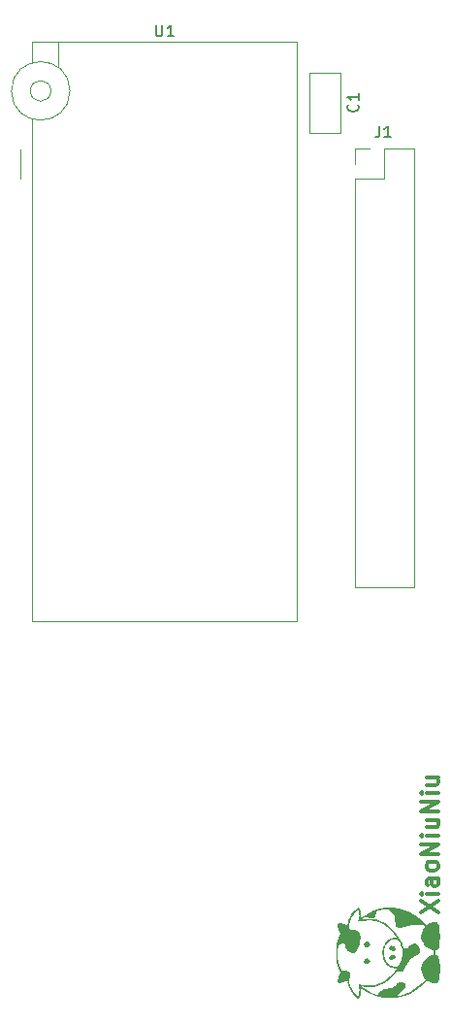
<source format=gbr>
%TF.GenerationSoftware,KiCad,Pcbnew,(5.99.0-7356-g63088e8bdb)*%
%TF.CreationDate,2021-07-04T12:01:15+08:00*%
%TF.ProjectId,AdapterCartdrigeDev,41646170-7465-4724-9361-727464726967,rev?*%
%TF.SameCoordinates,Original*%
%TF.FileFunction,Legend,Top*%
%TF.FilePolarity,Positive*%
%FSLAX46Y46*%
G04 Gerber Fmt 4.6, Leading zero omitted, Abs format (unit mm)*
G04 Created by KiCad (PCBNEW (5.99.0-7356-g63088e8bdb)) date 2021-07-04 12:01:15*
%MOMM*%
%LPD*%
G01*
G04 APERTURE LIST*
%ADD10C,0.300000*%
%ADD11C,0.150000*%
%ADD12C,0.120000*%
G04 APERTURE END LIST*
D10*
%TO.C,XiaoNiuNiu*%
X132365428Y-114550857D02*
X133889428Y-113534857D01*
X132365428Y-113534857D02*
X133889428Y-114550857D01*
X133889428Y-112954285D02*
X132873428Y-112954285D01*
X132365428Y-112954285D02*
X132438000Y-113026857D01*
X132510571Y-112954285D01*
X132438000Y-112881714D01*
X132365428Y-112954285D01*
X132510571Y-112954285D01*
X133889428Y-111575428D02*
X133091142Y-111575428D01*
X132946000Y-111648000D01*
X132873428Y-111793142D01*
X132873428Y-112083428D01*
X132946000Y-112228571D01*
X133816857Y-111575428D02*
X133889428Y-111720571D01*
X133889428Y-112083428D01*
X133816857Y-112228571D01*
X133671714Y-112301142D01*
X133526571Y-112301142D01*
X133381428Y-112228571D01*
X133308857Y-112083428D01*
X133308857Y-111720571D01*
X133236285Y-111575428D01*
X133889428Y-110632000D02*
X133816857Y-110777142D01*
X133744285Y-110849714D01*
X133599142Y-110922285D01*
X133163714Y-110922285D01*
X133018571Y-110849714D01*
X132946000Y-110777142D01*
X132873428Y-110632000D01*
X132873428Y-110414285D01*
X132946000Y-110269142D01*
X133018571Y-110196571D01*
X133163714Y-110124000D01*
X133599142Y-110124000D01*
X133744285Y-110196571D01*
X133816857Y-110269142D01*
X133889428Y-110414285D01*
X133889428Y-110632000D01*
X133889428Y-109470857D02*
X132365428Y-109470857D01*
X133889428Y-108600000D01*
X132365428Y-108600000D01*
X133889428Y-107874285D02*
X132873428Y-107874285D01*
X132365428Y-107874285D02*
X132438000Y-107946857D01*
X132510571Y-107874285D01*
X132438000Y-107801714D01*
X132365428Y-107874285D01*
X132510571Y-107874285D01*
X132873428Y-106495428D02*
X133889428Y-106495428D01*
X132873428Y-107148571D02*
X133671714Y-107148571D01*
X133816857Y-107076000D01*
X133889428Y-106930857D01*
X133889428Y-106713142D01*
X133816857Y-106568000D01*
X133744285Y-106495428D01*
X133889428Y-105769714D02*
X132365428Y-105769714D01*
X133889428Y-104898857D01*
X132365428Y-104898857D01*
X133889428Y-104173142D02*
X132873428Y-104173142D01*
X132365428Y-104173142D02*
X132438000Y-104245714D01*
X132510571Y-104173142D01*
X132438000Y-104100571D01*
X132365428Y-104173142D01*
X132510571Y-104173142D01*
X132873428Y-102794285D02*
X133889428Y-102794285D01*
X132873428Y-103447428D02*
X133671714Y-103447428D01*
X133816857Y-103374857D01*
X133889428Y-103229714D01*
X133889428Y-103012000D01*
X133816857Y-102866857D01*
X133744285Y-102794285D01*
D11*
%TO.C,J1*%
X128766666Y-45952380D02*
X128766666Y-46666666D01*
X128719047Y-46809523D01*
X128623809Y-46904761D01*
X128480952Y-46952380D01*
X128385714Y-46952380D01*
X129766666Y-46952380D02*
X129195238Y-46952380D01*
X129480952Y-46952380D02*
X129480952Y-45952380D01*
X129385714Y-46095238D01*
X129290476Y-46190476D01*
X129195238Y-46238095D01*
%TO.C,C1*%
X126880142Y-44092666D02*
X126927761Y-44140285D01*
X126975380Y-44283142D01*
X126975380Y-44378380D01*
X126927761Y-44521238D01*
X126832523Y-44616476D01*
X126737285Y-44664095D01*
X126546809Y-44711714D01*
X126403952Y-44711714D01*
X126213476Y-44664095D01*
X126118238Y-44616476D01*
X126023000Y-44521238D01*
X125975380Y-44378380D01*
X125975380Y-44283142D01*
X126023000Y-44140285D01*
X126070619Y-44092666D01*
X126975380Y-43140285D02*
X126975380Y-43711714D01*
X126975380Y-43426000D02*
X125975380Y-43426000D01*
X126118238Y-43521238D01*
X126213476Y-43616476D01*
X126261095Y-43711714D01*
%TO.C,U1*%
X109251095Y-37152380D02*
X109251095Y-37961904D01*
X109298714Y-38057142D01*
X109346333Y-38104761D01*
X109441571Y-38152380D01*
X109632047Y-38152380D01*
X109727285Y-38104761D01*
X109774904Y-38057142D01*
X109822523Y-37961904D01*
X109822523Y-37152380D01*
X110822523Y-38152380D02*
X110251095Y-38152380D01*
X110536809Y-38152380D02*
X110536809Y-37152380D01*
X110441571Y-37295238D01*
X110346333Y-37390476D01*
X110251095Y-37438095D01*
%TO.C,XiaoNiuNiu*%
G36*
X127777057Y-117096369D02*
G01*
X127865577Y-117158050D01*
X127937394Y-117264331D01*
X127951303Y-117376962D01*
X127906340Y-117487978D01*
X127905652Y-117488964D01*
X127818675Y-117566784D01*
X127711161Y-117598394D01*
X127600358Y-117584942D01*
X127503514Y-117527575D01*
X127451607Y-117458747D01*
X127418777Y-117343297D01*
X127435460Y-117239201D01*
X127490643Y-117154460D01*
X127573313Y-117097074D01*
X127672455Y-117075044D01*
X127777057Y-117096369D01*
G37*
G36*
X127768824Y-118584791D02*
G01*
X127799870Y-118598695D01*
X127902021Y-118678736D01*
X127950591Y-118778891D01*
X127943860Y-118888349D01*
X127880108Y-118996300D01*
X127865577Y-119011639D01*
X127759253Y-119083600D01*
X127647168Y-119096673D01*
X127535974Y-119050324D01*
X127521092Y-119039249D01*
X127446790Y-118950459D01*
X127421088Y-118850605D01*
X127436764Y-118751099D01*
X127486597Y-118663352D01*
X127563366Y-118598777D01*
X127659849Y-118568786D01*
X127768824Y-118584791D01*
G37*
G36*
X130087825Y-118296108D02*
G01*
X130106205Y-118312172D01*
X130158239Y-118392122D01*
X130154366Y-118477420D01*
X130094122Y-118575737D01*
X130090058Y-118580615D01*
X129999444Y-118658677D01*
X129890506Y-118710844D01*
X129785396Y-118728159D01*
X129742150Y-118721255D01*
X129661428Y-118669263D01*
X129615103Y-118587384D01*
X129614656Y-118497170D01*
X129617826Y-118487859D01*
X129681951Y-118383719D01*
X129776038Y-118307068D01*
X129885063Y-118263313D01*
X129994000Y-118257858D01*
X130087825Y-118296108D01*
G37*
G36*
X126812252Y-122022621D02*
G01*
X126718923Y-121937234D01*
X126613329Y-121832171D01*
X126595358Y-121813491D01*
X126461678Y-121668654D01*
X126360936Y-121545377D01*
X126280102Y-121425703D01*
X126206145Y-121291674D01*
X126182955Y-121245174D01*
X126109226Y-121076629D01*
X126051251Y-120908436D01*
X126012300Y-120753694D01*
X125995644Y-120625500D01*
X126004556Y-120536953D01*
X126005462Y-120534495D01*
X126008553Y-120500193D01*
X125996417Y-120499313D01*
X125957508Y-120518123D01*
X125879580Y-120556026D01*
X125778082Y-120605505D01*
X125757216Y-120615687D01*
X125535800Y-120702000D01*
X125373707Y-120731420D01*
X125273959Y-120736126D01*
X125214744Y-120727861D01*
X125176366Y-120700523D01*
X125147838Y-120661443D01*
X125118002Y-120606127D01*
X125108494Y-120548976D01*
X125117674Y-120467554D01*
X125129336Y-120407954D01*
X125161641Y-120292604D01*
X125212356Y-120154020D01*
X125270557Y-120022020D01*
X125271119Y-120020877D01*
X125377406Y-119804881D01*
X125288815Y-119609499D01*
X125139111Y-119209548D01*
X125038365Y-118784614D01*
X124986589Y-118344654D01*
X124984284Y-117976827D01*
X125139851Y-117976827D01*
X125148626Y-118431296D01*
X125198581Y-118843844D01*
X125290296Y-119217565D01*
X125424353Y-119555557D01*
X125443245Y-119593729D01*
X125481836Y-119664071D01*
X125510987Y-119688444D01*
X125546968Y-119675778D01*
X125567510Y-119661927D01*
X125673769Y-119621446D01*
X125802449Y-119622087D01*
X125935240Y-119660072D01*
X126053831Y-119731625D01*
X126094962Y-119770736D01*
X126166863Y-119889189D01*
X126204242Y-120035637D01*
X126201050Y-120184555D01*
X126197357Y-120202691D01*
X126173686Y-120284732D01*
X126148671Y-120340548D01*
X126143458Y-120347186D01*
X126130734Y-120394138D01*
X126131453Y-120484898D01*
X126143621Y-120604655D01*
X126165245Y-120738596D01*
X126194330Y-120871906D01*
X126228884Y-120989773D01*
X126230590Y-120994630D01*
X126281993Y-121115973D01*
X126353183Y-121254925D01*
X126423806Y-121373508D01*
X126503325Y-121486714D01*
X126594132Y-121602820D01*
X126686939Y-121711451D01*
X126772458Y-121802236D01*
X126841402Y-121864799D01*
X126884483Y-121888768D01*
X126885141Y-121888783D01*
X126909314Y-121861119D01*
X126936809Y-121787981D01*
X126964284Y-121684147D01*
X126988401Y-121564397D01*
X127005818Y-121443509D01*
X127013195Y-121336262D01*
X127013228Y-121322059D01*
X127002509Y-121202700D01*
X126977429Y-121083991D01*
X126968219Y-121055250D01*
X126933218Y-120950140D01*
X126922552Y-120880962D01*
X126943156Y-120843431D01*
X127001967Y-120833263D01*
X127105921Y-120846172D01*
X127257040Y-120876814D01*
X127415681Y-120902168D01*
X127607192Y-120919416D01*
X127814460Y-120928326D01*
X128020373Y-120928663D01*
X128207820Y-120920193D01*
X128359688Y-120902684D01*
X128408830Y-120892557D01*
X128575078Y-120839663D01*
X128769263Y-120759704D01*
X128971014Y-120662233D01*
X129159958Y-120556806D01*
X129257392Y-120494596D01*
X129440173Y-120356348D01*
X129638839Y-120182000D01*
X129837247Y-119986923D01*
X130019253Y-119786484D01*
X130085289Y-119706444D01*
X130266747Y-119479117D01*
X130155245Y-119465025D01*
X130092145Y-119457049D01*
X129957999Y-119429759D01*
X129816161Y-119385609D01*
X129756505Y-119361257D01*
X129534933Y-119227964D01*
X129348998Y-119046850D01*
X129197789Y-118816852D01*
X129101487Y-118597697D01*
X129056753Y-118419633D01*
X129034559Y-118207943D01*
X129034738Y-118092490D01*
X129169862Y-118092490D01*
X129190582Y-118343065D01*
X129254968Y-118585371D01*
X129363647Y-118810427D01*
X129517247Y-119009246D01*
X129558237Y-119049610D01*
X129653967Y-119131265D01*
X129749824Y-119200353D01*
X129817925Y-119238449D01*
X129904446Y-119260977D01*
X130024469Y-119275908D01*
X130155245Y-119282214D01*
X130274027Y-119278867D01*
X130358066Y-119264838D01*
X130362964Y-119263088D01*
X130405784Y-119222852D01*
X130461888Y-119136151D01*
X130526202Y-119014295D01*
X130593655Y-118868593D01*
X130659171Y-118710354D01*
X130717679Y-118550887D01*
X130764104Y-118401502D01*
X130782741Y-118327327D01*
X130798944Y-118174762D01*
X130790823Y-117989351D01*
X130759754Y-117793149D01*
X130745669Y-117733548D01*
X130705015Y-117598982D01*
X130649188Y-117445533D01*
X130585335Y-117290066D01*
X130520600Y-117149449D01*
X130462132Y-117040547D01*
X130434701Y-116999587D01*
X130356684Y-116943728D01*
X130239316Y-116914163D01*
X130097562Y-116910271D01*
X129946389Y-116931434D01*
X129800763Y-116977031D01*
X129699281Y-117030052D01*
X129511086Y-117187202D01*
X129363419Y-117381004D01*
X129256907Y-117602476D01*
X129192179Y-117842633D01*
X129169862Y-118092490D01*
X129034738Y-118092490D01*
X129034905Y-117985276D01*
X129057791Y-117774282D01*
X129101487Y-117602303D01*
X129221500Y-117342608D01*
X129375206Y-117123907D01*
X129557860Y-116950383D01*
X129764719Y-116826214D01*
X129991038Y-116755583D01*
X130075195Y-116744173D01*
X130171252Y-116732281D01*
X130237384Y-116718012D01*
X130257756Y-116706499D01*
X130239400Y-116676401D01*
X130189351Y-116609774D01*
X130115144Y-116516310D01*
X130024310Y-116405702D01*
X130019453Y-116399879D01*
X129722667Y-116080547D01*
X129406382Y-115808573D01*
X129075546Y-115587260D01*
X128735108Y-115419913D01*
X128390016Y-115309835D01*
X128385230Y-115308729D01*
X128261041Y-115290685D01*
X128093517Y-115280965D01*
X127899335Y-115279308D01*
X127695169Y-115285448D01*
X127497695Y-115299122D01*
X127323588Y-115320065D01*
X127287350Y-115326105D01*
X127124794Y-115353797D01*
X127014653Y-115366081D01*
X126949795Y-115358905D01*
X126923087Y-115328215D01*
X126927398Y-115269958D01*
X126955593Y-115180081D01*
X126961713Y-115162955D01*
X127227667Y-115162955D01*
X127254027Y-115168672D01*
X127322843Y-115164021D01*
X127385859Y-115155246D01*
X127555938Y-115135391D01*
X127753886Y-115124658D01*
X127962634Y-115122789D01*
X128165112Y-115129527D01*
X128344253Y-115144613D01*
X128482988Y-115167789D01*
X128499761Y-115172084D01*
X128864740Y-115302361D01*
X129220274Y-115489665D01*
X129562337Y-115730642D01*
X129886901Y-116021941D01*
X130189936Y-116360210D01*
X130467415Y-116742097D01*
X130556861Y-116883978D01*
X130623905Y-117002506D01*
X130694330Y-117140501D01*
X130762212Y-117284633D01*
X130821627Y-117421569D01*
X130866650Y-117537978D01*
X130891359Y-117620528D01*
X130894272Y-117643302D01*
X130919566Y-117681069D01*
X130978236Y-117716910D01*
X131044465Y-117735823D01*
X131054288Y-117736277D01*
X131094008Y-117717107D01*
X131166239Y-117665519D01*
X131259116Y-117590396D01*
X131321496Y-117536225D01*
X131474072Y-117407789D01*
X131598964Y-117321320D01*
X131706095Y-117271241D01*
X131805391Y-117251972D01*
X131828434Y-117251312D01*
X131949155Y-117279573D01*
X132060023Y-117356429D01*
X132155229Y-117469989D01*
X132228961Y-117608362D01*
X132275409Y-117759657D01*
X132288764Y-117911983D01*
X132263213Y-118053450D01*
X132243110Y-118099938D01*
X132161705Y-118205372D01*
X132040649Y-118299659D01*
X131900722Y-118366845D01*
X131891578Y-118369859D01*
X131739178Y-118433221D01*
X131599464Y-118524658D01*
X131466772Y-118650372D01*
X131335436Y-118816566D01*
X131199794Y-119029440D01*
X131064363Y-119275612D01*
X130952641Y-119478718D01*
X130857999Y-119626322D01*
X130778801Y-119720585D01*
X130713413Y-119763665D01*
X130692148Y-119767064D01*
X130613179Y-119750601D01*
X130521385Y-119710249D01*
X130443644Y-119659569D01*
X130412403Y-119625931D01*
X130383907Y-119587169D01*
X130361118Y-119600980D01*
X130346837Y-119623706D01*
X130249447Y-119762638D01*
X130112843Y-119924872D01*
X129947961Y-120099653D01*
X129765732Y-120276224D01*
X129577093Y-120443828D01*
X129392978Y-120591707D01*
X129281429Y-120671804D01*
X129137078Y-120756771D01*
X128955236Y-120845068D01*
X128757707Y-120927421D01*
X128566295Y-120994553D01*
X128442075Y-121028826D01*
X128308057Y-121050225D01*
X128133007Y-121064519D01*
X127936125Y-121071447D01*
X127736612Y-121070747D01*
X127553669Y-121062159D01*
X127406496Y-121045420D01*
X127393442Y-121043094D01*
X127302574Y-121027626D01*
X127247196Y-121023884D01*
X127229913Y-121035471D01*
X127253330Y-121065994D01*
X127320052Y-121119058D01*
X127432683Y-121198268D01*
X127575298Y-121294784D01*
X127827812Y-121453865D01*
X128066673Y-121580111D01*
X128317443Y-121686915D01*
X128340250Y-121695572D01*
X128470336Y-121741461D01*
X128558304Y-121761126D01*
X128617332Y-121753199D01*
X128660594Y-121716312D01*
X128696206Y-121658582D01*
X128780192Y-121539635D01*
X128895247Y-121424589D01*
X129023088Y-121328761D01*
X129145431Y-121267473D01*
X129172562Y-121259453D01*
X129264211Y-121240647D01*
X129392401Y-121218888D01*
X129533446Y-121198115D01*
X129572864Y-121192902D01*
X129709534Y-121171785D01*
X129836422Y-121145997D01*
X129931706Y-121120156D01*
X129951742Y-121112720D01*
X130073595Y-121043920D01*
X130173167Y-120954427D01*
X130234105Y-120859771D01*
X130241218Y-120837796D01*
X130288463Y-120763866D01*
X130379228Y-120707527D01*
X130499097Y-120669769D01*
X130633656Y-120651584D01*
X130768488Y-120653961D01*
X130889180Y-120677892D01*
X130981317Y-120724364D01*
X131026995Y-120783816D01*
X131044830Y-120864525D01*
X131034631Y-120951231D01*
X130992788Y-121050398D01*
X130915688Y-121168491D01*
X130799720Y-121311974D01*
X130641273Y-121487313D01*
X130623249Y-121506534D01*
X130515546Y-121622995D01*
X130424544Y-121725052D01*
X130357615Y-121804150D01*
X130322131Y-121851732D01*
X130318377Y-121860355D01*
X130323629Y-121873755D01*
X130346474Y-121877637D01*
X130397543Y-121870639D01*
X130487469Y-121851399D01*
X130606324Y-121823465D01*
X131019024Y-121696652D01*
X131424224Y-121517689D01*
X131811026Y-121293296D01*
X132168531Y-121030193D01*
X132485842Y-120735101D01*
X132625419Y-120578379D01*
X132772240Y-120401956D01*
X132663799Y-120251013D01*
X132526225Y-120011008D01*
X132444874Y-119757838D01*
X132419141Y-119499064D01*
X132448425Y-119242247D01*
X132532120Y-118994949D01*
X132669623Y-118764730D01*
X132793918Y-118621428D01*
X132958847Y-118484066D01*
X133144615Y-118375363D01*
X133331751Y-118305762D01*
X133412069Y-118289867D01*
X133531265Y-118273880D01*
X133531265Y-118081431D01*
X133529727Y-117976560D01*
X133521091Y-117917029D01*
X133499321Y-117887568D01*
X133458381Y-117872907D01*
X133447911Y-117870528D01*
X133217228Y-117804805D01*
X133027306Y-117714831D01*
X132859987Y-117590618D01*
X132759450Y-117491832D01*
X132601541Y-117282051D01*
X132490544Y-117045752D01*
X132430044Y-116794651D01*
X132423623Y-116540461D01*
X132437314Y-116438831D01*
X132471118Y-116305287D01*
X132521935Y-116162873D01*
X132582045Y-116028940D01*
X132643730Y-115920839D01*
X132695259Y-115859093D01*
X132735277Y-115810142D01*
X132731048Y-115755872D01*
X132680491Y-115682167D01*
X132666832Y-115666338D01*
X132612929Y-115612507D01*
X132571650Y-115600369D01*
X132523816Y-115620391D01*
X132461798Y-115637703D01*
X132342239Y-115653095D01*
X132168197Y-115666280D01*
X131942731Y-115676968D01*
X131909665Y-115678165D01*
X131713562Y-115685429D01*
X131564751Y-115692902D01*
X131449933Y-115702656D01*
X131355810Y-115716762D01*
X131269082Y-115737293D01*
X131176450Y-115766319D01*
X131064614Y-115805913D01*
X131045823Y-115812723D01*
X130844782Y-115879239D01*
X130683351Y-115917522D01*
X130550859Y-115930497D01*
X130446865Y-115928655D01*
X130380443Y-115914227D01*
X130328705Y-115878992D01*
X130287515Y-115835923D01*
X130221126Y-115744460D01*
X130176115Y-115636419D01*
X130149371Y-115499246D01*
X130137783Y-115320382D01*
X130136684Y-115227129D01*
X130131227Y-115062791D01*
X130116140Y-114930574D01*
X130094504Y-114848251D01*
X130054289Y-114784660D01*
X129981425Y-114695326D01*
X129888387Y-114594985D01*
X129836867Y-114544008D01*
X129745041Y-114452849D01*
X129672673Y-114375049D01*
X129629335Y-114321233D01*
X129621241Y-114304617D01*
X129593306Y-114288577D01*
X129516942Y-114282726D01*
X129403314Y-114286133D01*
X129263584Y-114297862D01*
X129108915Y-114316982D01*
X128950470Y-114342558D01*
X128801581Y-114373152D01*
X128678051Y-114402569D01*
X128578888Y-114427467D01*
X128517440Y-114444425D01*
X128504210Y-114449380D01*
X128494321Y-114481649D01*
X128477782Y-114558529D01*
X128457803Y-114664818D01*
X128453347Y-114690165D01*
X128427176Y-114813232D01*
X128395658Y-114921894D01*
X128365194Y-114994418D01*
X128362414Y-114998903D01*
X128333181Y-115037957D01*
X128299015Y-115059934D01*
X128244367Y-115068338D01*
X128153688Y-115066670D01*
X128079863Y-115062553D01*
X127886075Y-115038564D01*
X127737206Y-114991113D01*
X127716333Y-114980949D01*
X127629197Y-114944687D01*
X127557697Y-114929613D01*
X127535306Y-114932098D01*
X127483855Y-114960177D01*
X127411162Y-115009034D01*
X127333758Y-115066266D01*
X127268175Y-115119467D01*
X127230943Y-115156232D01*
X127227667Y-115162955D01*
X126961713Y-115162955D01*
X126968219Y-115144749D01*
X126996106Y-115035252D01*
X127011971Y-114911249D01*
X127013228Y-114877940D01*
X127007672Y-114774067D01*
X126991568Y-114654302D01*
X126968256Y-114533424D01*
X126941076Y-114426213D01*
X126913369Y-114347448D01*
X126888474Y-114311907D01*
X126885141Y-114311217D01*
X126842817Y-114334100D01*
X126774400Y-114395835D01*
X126689178Y-114486047D01*
X126596439Y-114594363D01*
X126505471Y-114710409D01*
X126425561Y-114823811D01*
X126423806Y-114826491D01*
X126272773Y-115105420D01*
X126175907Y-115401195D01*
X126138982Y-115614558D01*
X126126701Y-115744333D01*
X126127849Y-115830593D01*
X126143232Y-115889115D01*
X126154005Y-115909017D01*
X126186895Y-115983193D01*
X126196181Y-116034220D01*
X126201915Y-116061814D01*
X126226595Y-116080053D01*
X126281441Y-116091742D01*
X126377672Y-116099684D01*
X126477860Y-116104611D01*
X126665557Y-116120569D01*
X126805104Y-116153082D01*
X126907906Y-116207400D01*
X126985371Y-116288770D01*
X127026757Y-116357160D01*
X127077367Y-116503146D01*
X127101033Y-116685855D01*
X127100150Y-116893583D01*
X127077111Y-117114627D01*
X127034310Y-117337284D01*
X126974140Y-117549851D01*
X126898994Y-117740625D01*
X126811268Y-117897903D01*
X126713354Y-118009982D01*
X126684240Y-118031802D01*
X126544586Y-118089830D01*
X126386340Y-118098842D01*
X126222970Y-118061268D01*
X126067944Y-117979541D01*
X125978502Y-117904365D01*
X125928924Y-117836484D01*
X125872588Y-117731856D01*
X125820717Y-117611629D01*
X125814980Y-117596213D01*
X125743302Y-117419423D01*
X125675170Y-117300163D01*
X125605146Y-117236014D01*
X125527792Y-117224555D01*
X125437671Y-117263366D01*
X125329343Y-117350026D01*
X125307613Y-117370403D01*
X125150998Y-117519803D01*
X125139851Y-117976827D01*
X124984284Y-117976827D01*
X124983799Y-117899623D01*
X125030009Y-117459479D01*
X125125233Y-117034179D01*
X125269487Y-116633680D01*
X125284462Y-116600101D01*
X125368700Y-116414319D01*
X125268102Y-116219033D01*
X125182234Y-116026339D01*
X125131874Y-115854240D01*
X125117487Y-115709136D01*
X125139537Y-115597428D01*
X125198488Y-115525517D01*
X125217084Y-115515385D01*
X125311391Y-115499214D01*
X125442759Y-115513750D01*
X125597804Y-115556085D01*
X125763139Y-115623311D01*
X125802159Y-115642468D01*
X125908793Y-115689159D01*
X125981401Y-115705502D01*
X126013850Y-115691287D01*
X126001919Y-115649326D01*
X125991826Y-115587969D01*
X126003811Y-115484640D01*
X126034476Y-115352372D01*
X126080424Y-115204203D01*
X126138257Y-115053166D01*
X126182955Y-114954826D01*
X126257408Y-114812842D01*
X126334762Y-114690691D01*
X126428048Y-114570417D01*
X126550297Y-114434063D01*
X126595358Y-114386509D01*
X126702060Y-114278998D01*
X126798074Y-114189783D01*
X126873853Y-114127216D01*
X126919849Y-114099650D01*
X126923920Y-114099045D01*
X126967939Y-114127199D01*
X127014909Y-114203761D01*
X127061160Y-114316880D01*
X127103019Y-114454708D01*
X127136815Y-114605395D01*
X127158876Y-114757091D01*
X127165661Y-114879182D01*
X127166109Y-115037958D01*
X127394312Y-114874221D01*
X127804685Y-114616937D01*
X128245880Y-114411793D01*
X128717513Y-114258955D01*
X128901867Y-114215221D01*
X129162212Y-114173622D01*
X129457705Y-114150235D01*
X129768340Y-114145015D01*
X130074109Y-114157920D01*
X130355005Y-114188905D01*
X130514754Y-114218716D01*
X130999902Y-114357347D01*
X131451433Y-114546236D01*
X131870894Y-114786263D01*
X132259835Y-115078306D01*
X132602539Y-115404804D01*
X132862347Y-115680796D01*
X132950842Y-115617782D01*
X133147133Y-115509364D01*
X133371512Y-115437394D01*
X133531265Y-115413614D01*
X133681386Y-115411436D01*
X133789136Y-115436010D01*
X133869708Y-115495072D01*
X133938290Y-115596357D01*
X133955608Y-115629713D01*
X133979803Y-115680350D01*
X133998366Y-115728955D01*
X134012185Y-115784418D01*
X134022150Y-115855631D01*
X134029150Y-115951483D01*
X134034074Y-116080865D01*
X134037812Y-116252667D01*
X134041253Y-116475780D01*
X134041422Y-116487629D01*
X134043260Y-116808799D01*
X134038033Y-117075191D01*
X134024568Y-117292363D01*
X134001691Y-117465870D01*
X133968229Y-117601270D01*
X133923007Y-117704118D01*
X133864853Y-117779970D01*
X133792593Y-117834384D01*
X133752745Y-117854434D01*
X133699335Y-117881474D01*
X133671469Y-117913828D01*
X133661858Y-117969504D01*
X133663209Y-118066511D01*
X133663510Y-118074856D01*
X133669436Y-118175977D01*
X133684041Y-118235502D01*
X133716520Y-118272452D01*
X133774900Y-118305267D01*
X133874984Y-118383866D01*
X133951309Y-118510121D01*
X134006465Y-118688642D01*
X134015887Y-118734711D01*
X134027718Y-118833008D01*
X134036343Y-118977971D01*
X134041866Y-119157772D01*
X134044388Y-119360586D01*
X134044014Y-119574586D01*
X134040847Y-119787946D01*
X134034990Y-119988840D01*
X134026546Y-120165442D01*
X134015619Y-120305926D01*
X134002312Y-120398465D01*
X134001319Y-120402736D01*
X133945923Y-120557804D01*
X133863333Y-120661407D01*
X133746556Y-120719239D01*
X133590650Y-120736993D01*
X133405338Y-120718351D01*
X133214890Y-120667732D01*
X133045843Y-120593097D01*
X132986640Y-120555815D01*
X132895394Y-120490842D01*
X132538926Y-120851298D01*
X132264524Y-121111438D01*
X131996993Y-121327110D01*
X131720491Y-121510050D01*
X131455012Y-121654357D01*
X131017467Y-121838921D01*
X130563828Y-121967477D01*
X130346474Y-122001714D01*
X130099841Y-122040565D01*
X129631253Y-122058726D01*
X129163811Y-122022502D01*
X128703262Y-121932432D01*
X128255352Y-121789058D01*
X127825828Y-121592922D01*
X127420436Y-121344562D01*
X127310083Y-121264265D01*
X127166109Y-121155528D01*
X127165661Y-121317561D01*
X127156648Y-121461752D01*
X127132786Y-121614821D01*
X127097717Y-121764969D01*
X127055082Y-121900396D01*
X127008522Y-122009304D01*
X126961678Y-122079893D01*
X126923920Y-122100954D01*
X126885141Y-122080697D01*
X126883767Y-122079979D01*
X126812252Y-122022621D01*
G37*
G36*
X129962558Y-117499481D02*
G01*
X130061448Y-117566006D01*
X130120847Y-117644354D01*
X130159650Y-117738622D01*
X130157328Y-117806360D01*
X130112536Y-117866777D01*
X130104802Y-117873943D01*
X130011536Y-117921112D01*
X129900448Y-117922903D01*
X129787680Y-117884147D01*
X129689377Y-117809677D01*
X129634847Y-117733281D01*
X129598733Y-117650320D01*
X129599096Y-117593252D01*
X129637845Y-117538171D01*
X129651551Y-117524105D01*
X129740497Y-117474145D01*
X129849870Y-117467399D01*
X129962558Y-117499481D01*
G37*
D12*
%TO.C,J1*%
X126606000Y-50550000D02*
X126606000Y-86170000D01*
X129206000Y-50550000D02*
X129206000Y-47950000D01*
X126606000Y-49280000D02*
X126606000Y-47950000D01*
X126606000Y-50550000D02*
X129206000Y-50550000D01*
X131806000Y-47950000D02*
X131806000Y-86170000D01*
X126606000Y-47950000D02*
X127936000Y-47950000D01*
X129206000Y-47950000D02*
X131806000Y-47950000D01*
X126606000Y-86170000D02*
X131806000Y-86170000D01*
%TO.C,C1*%
X122613000Y-46566000D02*
X125353000Y-46566000D01*
X122613000Y-46566000D02*
X122613000Y-41326000D01*
X122613000Y-41326000D02*
X125353000Y-41326000D01*
X125353000Y-46566000D02*
X125353000Y-41326000D01*
%TO.C,U1*%
X121563000Y-38600000D02*
X98463000Y-38600000D01*
X97443000Y-50530000D02*
X97443000Y-47990000D01*
X121563000Y-89200000D02*
X121563000Y-38600000D01*
X98463000Y-45360000D02*
X98463000Y-89200000D01*
X98463000Y-38600000D02*
X98463000Y-40460000D01*
X100743000Y-38600000D02*
X100743000Y-40860000D01*
X98463000Y-89200000D02*
X121563000Y-89200000D01*
X101743000Y-42910000D02*
G75*
G03*
X101743000Y-42910000I-2550000J0D01*
G01*
X100093000Y-42910000D02*
G75*
G03*
X100093000Y-42910000I-900000J0D01*
G01*
%TD*%
M02*

</source>
